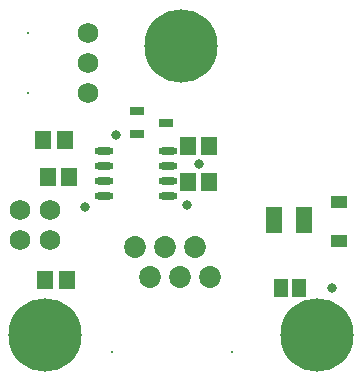
<source format=gts>
G04*
G04 #@! TF.GenerationSoftware,Altium Limited,Altium Designer,18.0.7 (293)*
G04*
G04 Layer_Color=8388736*
%FSLAX25Y25*%
%MOIN*%
G70*
G01*
G75*
%ADD21R,0.05524X0.06312*%
%ADD22O,0.06299X0.02559*%
%ADD23R,0.04737X0.03162*%
%ADD24R,0.05800X0.08800*%
%ADD25R,0.05131X0.06312*%
%ADD26R,0.05603X0.04422*%
%ADD27C,0.07300*%
%ADD28C,0.00800*%
%ADD29C,0.06800*%
%ADD30C,0.24422*%
%ADD31C,0.03300*%
D21*
X21654Y66535D02*
D03*
X14567D02*
D03*
X20866Y32283D02*
D03*
X13780D02*
D03*
X20276Y78740D02*
D03*
X13189D02*
D03*
X61417Y76772D02*
D03*
X68504D02*
D03*
X61417Y64961D02*
D03*
X68504D02*
D03*
D22*
X54630Y60300D02*
D03*
Y65300D02*
D03*
Y70300D02*
D03*
Y75300D02*
D03*
X33370Y60300D02*
D03*
Y65300D02*
D03*
Y70300D02*
D03*
Y75300D02*
D03*
D23*
X53937Y84646D02*
D03*
X44488Y80905D02*
D03*
Y88386D02*
D03*
D24*
X89882Y52181D02*
D03*
X99882D02*
D03*
D25*
X92520Y29528D02*
D03*
X98425D02*
D03*
D26*
X111811Y45075D02*
D03*
Y58075D02*
D03*
D27*
X68661Y33071D02*
D03*
X58661D02*
D03*
X48661D02*
D03*
X63661Y43071D02*
D03*
X53661D02*
D03*
X43661D02*
D03*
D28*
X76161Y8071D02*
D03*
X36161D02*
D03*
X8024Y114547D02*
D03*
Y94547D02*
D03*
D29*
X28024D02*
D03*
Y104547D02*
D03*
Y114547D02*
D03*
X5524Y55547D02*
D03*
Y45547D02*
D03*
X15524Y55547D02*
D03*
Y45547D02*
D03*
D30*
X104331Y13780D02*
D03*
X13780D02*
D03*
X59055Y110236D02*
D03*
D31*
X37402Y80709D02*
D03*
X27165Y56693D02*
D03*
X64961Y70866D02*
D03*
X61024Y57087D02*
D03*
X109252Y29528D02*
D03*
M02*

</source>
